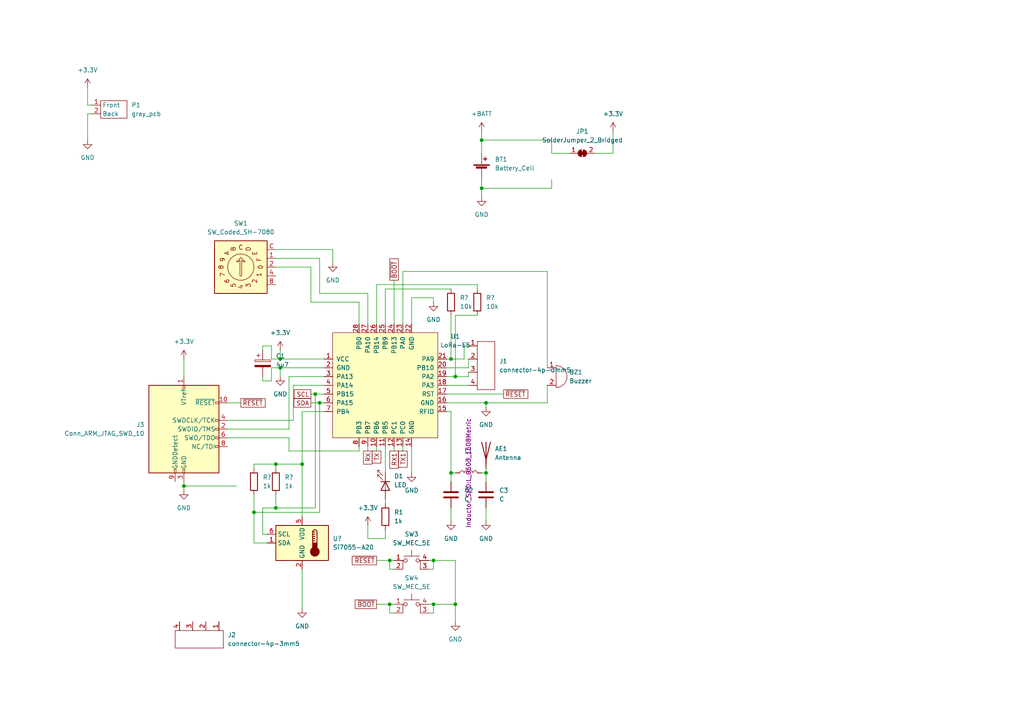
<source format=kicad_sch>
(kicad_sch (version 20211123) (generator eeschema)
  (paper "A4")
  (lib_symbols
    (symbol "Connector:Conn_ARM_JTAG_SWD_10" (pin_names (offset 1.016))
      (property "Reference" "J" (at -2.54 16.51 0))
      (property "Value" "Conn_ARM_JTAG_SWD_10" (at -2.54 13.97 0))
      (symbol "Conn_ARM_JTAG_SWD_10_0_1"
        (rectangle (start -10.16 12.7) (end 10.16 -12.7) (stroke (width 0.254)) (fill (type background)))
        (rectangle (start -2.794 -12.7) (end -2.286 -11.684))
        (rectangle (start -0.254 -12.7) (end 0.254 -11.684))
        (rectangle (start -0.254 12.7) (end 0.254 11.684))
        (rectangle (start 9.144 2.286) (end 10.16 2.794))
        (rectangle (start 10.16 -2.794) (end 9.144 -2.286))
        (rectangle (start 10.16 -0.254) (end 9.144 0.254))
        (rectangle (start 10.16 7.874) (end 9.144 7.366))
      )
      (symbol "Conn_ARM_JTAG_SWD_10_1_1"
        (rectangle (start 9.144 -5.334) (end 10.16 -4.826))
        (pin power_in line (at 0 15.24 270) (length 2.54) (name "VTref") (number "1"))
        (pin open_collector line (at 12.7 7.62 180) (length 2.54) (name "~{RESET}") (number "10"))
        (pin bidirectional line (at 12.7 0 180) (length 2.54) (name "SWDIO/TMS") (number "2"))
        (pin power_in line (at 0 -15.24 90) (length 2.54) (name "GND") (number "3"))
        (pin output line (at 12.7 2.54 180) (length 2.54) (name "SWDCLK/TCK") (number "4"))
        (pin passive line (at 0 -15.24 90) (length 2.54) hide (name "GND") (number "5"))
        (pin input line (at 12.7 -2.54 180) (length 2.54) (name "SWO/TDO") (number "6"))
        (pin no_connect line (at -10.16 0 0) (length 2.54) hide (name "KEY") (number "7"))
        (pin output line (at 12.7 -5.08 180) (length 2.54) (name "NC/TDI") (number "8"))
        (pin passive line (at -2.54 -15.24 90) (length 2.54) (name "GNDDetect") (number "9"))
      )
    )
    (symbol "Device:Antenna" (pin_numbers hide) (pin_names (offset 1.016) hide)
      (property "Reference" "AE" (at -1.905 1.905 0))
      (property "Value" "Antenna" (at -1.905 0 0))
      (symbol "Antenna_0_1"
        (polyline (pts (xy 0 2.54) (xy 0 -3.81)) (stroke (width 0.254)))
        (polyline (pts (xy 1.27 2.54) (xy 0 -2.54) (xy -1.27 2.54)) (stroke (width 0.254)))
      )
      (symbol "Antenna_1_1"
        (pin input line (at 0 -5.08 90) (length 2.54) (name "A") (number "1"))
      )
    )
    (symbol "Device:Battery_Cell" (pin_numbers hide) (pin_names (offset 0) hide)
      (property "Reference" "BT" (at 2.54 2.54 0))
      (property "Value" "Battery_Cell" (at 2.54 0 0))
      (symbol "Battery_Cell_0_1"
        (rectangle (start -2.286 1.778) (end 2.286 1.524) (fill (type outline)))
        (rectangle (start -1.5748 1.1938) (end 1.4732 0.6858) (fill (type outline)))
        (polyline (pts (xy 0 0.762) (xy 0 0)))
        (polyline (pts (xy 0 1.778) (xy 0 2.54)))
        (polyline (pts (xy 0.508 3.429) (xy 1.524 3.429)) (stroke (width 0.254)))
        (polyline (pts (xy 1.016 3.937) (xy 1.016 2.921)) (stroke (width 0.254)))
      )
      (symbol "Battery_Cell_1_1"
        (pin passive line (at 0 5.08 270) (length 2.54) (name "+") (number "1"))
        (pin passive line (at 0 -2.54 90) (length 2.54) (name "-") (number "2"))
      )
    )
    (symbol "Device:Buzzer" (pin_names (offset 0.0254) hide)
      (property "Reference" "BZ" (at 3.81 1.27 0))
      (property "Value" "Buzzer" (at 3.81 -1.27 0))
      (symbol "Buzzer_0_1"
        (arc (start 0 -3.175) (mid 3.175 0) (end 0 3.175))
        (polyline (pts (xy -1.651 1.905) (xy -1.143 1.905)))
        (polyline (pts (xy -1.397 2.159) (xy -1.397 1.651)))
        (polyline (pts (xy 0 3.175) (xy 0 -3.175)))
      )
      (symbol "Buzzer_1_1"
        (pin passive line (at -2.54 2.54 0) (length 2.54) (name "-") (number "1"))
        (pin passive line (at -2.54 -2.54 0) (length 2.54) (name "+") (number "2"))
      )
    )
    (symbol "Device:C" (pin_numbers hide) (pin_names (offset 0.254))
      (property "Reference" "C" (at 0.635 2.54 0))
      (property "Value" "C" (at 0.635 -2.54 0))
      (symbol "C_0_1"
        (polyline (pts (xy -2.032 -0.762) (xy 2.032 -0.762)) (stroke (width 0.508)))
        (polyline (pts (xy -2.032 0.762) (xy 2.032 0.762)) (stroke (width 0.508)))
      )
      (symbol "C_1_1"
        (pin passive line (at 0 3.81 270) (length 2.794) (name "~") (number "1"))
        (pin passive line (at 0 -3.81 90) (length 2.794) (name "~") (number "2"))
      )
    )
    (symbol "Device:C_Polarized" (pin_numbers hide) (pin_names (offset 0.254))
      (property "Reference" "C" (at 0.635 2.54 0))
      (property "Value" "C_Polarized" (at 0.635 -2.54 0))
      (symbol "C_Polarized_0_1"
        (rectangle (start -2.286 0.508) (end 2.286 1.016))
        (polyline (pts (xy -1.778 2.286) (xy -0.762 2.286)))
        (polyline (pts (xy -1.27 2.794) (xy -1.27 1.778)))
        (rectangle (start 2.286 -0.508) (end -2.286 -1.016) (fill (type outline)))
      )
      (symbol "C_Polarized_1_1"
        (pin passive line (at 0 3.81 270) (length 2.794) (name "~") (number "1"))
        (pin passive line (at 0 -3.81 90) (length 2.794) (name "~") (number "2"))
      )
    )
    (symbol "Device:L" (pin_numbers hide) (pin_names (offset 1.016) hide)
      (property "Reference" "L" (at -1.27 0 90))
      (property "Value" "L" (at 1.905 0 90))
      (symbol "L_0_1"
        (arc (start 0 -2.54) (mid 0.635 -1.905) (end 0 -1.27))
        (arc (start 0 -1.27) (mid 0.635 -0.635) (end 0 0))
        (arc (start 0 0) (mid 0.635 0.635) (end 0 1.27))
        (arc (start 0 1.27) (mid 0.635 1.905) (end 0 2.54))
      )
      (symbol "L_1_1"
        (pin passive line (at 0 3.81 270) (length 1.27) (name "1") (number "1"))
        (pin passive line (at 0 -3.81 90) (length 1.27) (name "2") (number "2"))
      )
    )
    (symbol "Device:LED" (pin_numbers hide) (pin_names (offset 1.016) hide)
      (property "Reference" "D" (at 0 2.54 0))
      (property "Value" "LED" (at 0 -2.54 0))
      (symbol "LED_0_1"
        (polyline (pts (xy -1.27 -1.27) (xy -1.27 1.27)) (stroke (width 0.254)))
        (polyline (pts (xy -1.27 0) (xy 1.27 0)))
        (polyline (pts (xy 1.27 -1.27) (xy 1.27 1.27) (xy -1.27 0) (xy 1.27 -1.27)) (stroke (width 0.254)))
        (polyline (pts (xy -3.048 -0.762) (xy -4.572 -2.286) (xy -3.81 -2.286) (xy -4.572 -2.286) (xy -4.572 -1.524)))
        (polyline (pts (xy -1.778 -0.762) (xy -3.302 -2.286) (xy -2.54 -2.286) (xy -3.302 -2.286) (xy -3.302 -1.524)))
      )
      (symbol "LED_1_1"
        (pin passive line (at -3.81 0 0) (length 2.54) (name "K") (number "1"))
        (pin passive line (at 3.81 0 180) (length 2.54) (name "A") (number "2"))
      )
    )
    (symbol "Device:R" (pin_numbers hide) (pin_names (offset 0))
      (property "Reference" "R" (at 2.032 0 90))
      (property "Value" "R" (at 0 0 90))
      (symbol "R_0_1"
        (rectangle (start -1.016 -2.54) (end 1.016 2.54) (stroke (width 0.254)))
      )
      (symbol "R_1_1"
        (pin passive line (at 0 3.81 270) (length 1.27) (name "~") (number "1"))
        (pin passive line (at 0 -3.81 90) (length 1.27) (name "~") (number "2"))
      )
    )
    (symbol "Jumper:SolderJumper_2_Bridged" (pin_names (offset 0) hide)
      (property "Reference" "JP" (at 0 2.032 0))
      (property "Value" "SolderJumper_2_Bridged" (at 0 -2.54 0))
      (symbol "SolderJumper_2_Bridged_0_1"
        (rectangle (start -0.508 0.508) (end 0.508 -0.508) (fill (type outline)))
        (arc (start -0.254 1.016) (mid -1.27 0) (end -0.254 -1.016))
        (arc (start -0.254 1.016) (mid -1.27 0) (end -0.254 -1.016) (fill (type outline)))
        (polyline (pts (xy -0.254 1.016) (xy -0.254 -1.016)))
        (polyline (pts (xy 0.254 1.016) (xy 0.254 -1.016)))
        (arc (start 0.254 -1.016) (mid 1.27 0) (end 0.254 1.016))
        (arc (start 0.254 -1.016) (mid 1.27 0) (end 0.254 1.016) (fill (type outline)))
      )
      (symbol "SolderJumper_2_Bridged_1_1"
        (pin passive line (at -3.81 0 0) (length 2.54) (name "A") (number "1"))
        (pin passive line (at 3.81 0 180) (length 2.54) (name "B") (number "2"))
      )
    )
    (symbol "Sensor_Temperature:Si7055-A20"
      (property "Reference" "U" (at -6.35 6.35 0))
      (property "Value" "Si7055-A20" (at 7.62 6.35 0))
      (symbol "Si7055-A20_0_1"
        (rectangle (start -7.62 5.08) (end 7.62 -5.08) (stroke (width 0.254)) (fill (type background)))
      )
      (symbol "Si7055-A20_1_1"
        (polyline (pts (xy 3.048 0.635) (xy 3.683 0.635)) (stroke (width 0.254)))
        (polyline (pts (xy 3.048 1.27) (xy 3.683 1.27)) (stroke (width 0.254)))
        (polyline (pts (xy 3.048 1.905) (xy 3.683 1.905)) (stroke (width 0.254)))
        (polyline (pts (xy 3.048 2.54) (xy 3.683 2.54)) (stroke (width 0.254)))
        (polyline (pts (xy 3.048 3.175) (xy 3.048 0)) (stroke (width 0.254)))
        (polyline (pts (xy 3.048 3.175) (xy 3.683 3.175)) (stroke (width 0.254)))
        (polyline (pts (xy 4.318 3.175) (xy 4.318 0)) (stroke (width 0.254)))
        (circle (center 3.683 -2.54) (radius 1.27) (stroke (width 0.254)) (fill (type outline)))
        (rectangle (start 4.318 -1.905) (end 3.048 0) (stroke (width 0.254)) (fill (type outline)))
        (arc (start 4.318 3.175) (mid 3.683 3.81) (end 3.048 3.175) (stroke (width 0.254)))
        (pin bidirectional line (at -10.16 0 0) (length 2.54) (name "SDA") (number "1"))
        (pin power_in line (at 0 -7.62 90) (length 2.54) (name "GND") (number "2"))
        (pin no_connect line (at 7.62 2.54 180) (length 2.54) hide (name "NC") (number "3"))
        (pin no_connect line (at 7.62 -2.54 180) (length 2.54) hide (name "NC") (number "4"))
        (pin power_in line (at 0 7.62 270) (length 2.54) (name "VDD") (number "5"))
        (pin input line (at -10.16 2.54 0) (length 2.54) (name "SCL") (number "6"))
      )
    )
    (symbol "Switch:SW_Coded_SH-7080" (pin_names hide)
      (property "Reference" "SW" (at -7.62 8.89 0))
      (property "Value" "SW_Coded_SH-7080" (at -7.62 -8.89 0))
      (symbol "SW_Coded_SH-7080_0_0"
        (text "0" (at 5.715 0 2700) (effects (font (size 1.27 1.27))))
        (text "1" (at 5.2832 -2.1844 2475) (effects (font (size 1.27 1.27))))
        (text "2" (at 4.0386 -4.0386 2250) (effects (font (size 1.27 1.27))))
        (text "3" (at 2.1844 -5.2832 2025) (effects (font (size 1.27 1.27))))
        (text "4" (at 0 -5.715 1800) (effects (font (size 1.27 1.27))))
        (text "5" (at -2.1844 -5.2832 1575) (effects (font (size 1.27 1.27))))
        (text "6" (at -4.0386 -4.0386 1350) (effects (font (size 1.27 1.27))))
        (text "7" (at -5.2832 -2.1844 1125) (effects (font (size 1.27 1.27))))
        (text "8" (at -5.715 0 900) (effects (font (size 1.27 1.27))))
        (text "9" (at -5.2832 2.1844 675) (effects (font (size 1.27 1.27))))
        (text "A" (at -4.0386 4.0386 450) (effects (font (size 1.27 1.27))))
        (text "B" (at -2.1844 5.2832 225) (effects (font (size 1.27 1.27))))
        (text "C" (at 0 5.715 0) (effects (font (size 1.27 1.27))))
        (text "D" (at 2.1844 5.2832 3375) (effects (font (size 1.27 1.27))))
        (text "E" (at 4.0386 4.0386 3150) (effects (font (size 1.27 1.27))))
        (text "F" (at 5.2832 2.1844 2925) (effects (font (size 1.27 1.27))))
      )
      (symbol "SW_Coded_SH-7080_0_1"
        (polyline (pts (xy -0.254 -2.54) (xy -0.254 2.032) (xy -0.762 1.524) (xy -1.27 1.524) (xy 0 2.794) (xy 1.27 1.524) (xy 0.762 1.524) (xy 0.254 2.032) (xy 0.254 -2.54) (xy -0.254 -2.54) (xy -0.254 -2.54)))
        (circle (center 0 0) (radius 3.81))
        (rectangle (start 7.62 7.62) (end -7.62 -7.62) (stroke (width 0.254)) (fill (type background)))
      )
      (symbol "SW_Coded_SH-7080_1_1"
        (pin passive line (at 10.16 2.54 180) (length 2.54) (name "1") (number "1"))
        (pin passive line (at 10.16 0 180) (length 2.54) (name "2") (number "2"))
        (pin passive line (at 10.16 -2.54 180) (length 2.54) (name "4") (number "4"))
        (pin passive line (at 10.16 -5.08 180) (length 2.54) (name "8") (number "8"))
        (pin passive line (at 10.16 5.08 180) (length 2.54) (name "C") (number "C"))
      )
    )
    (symbol "Switch:SW_MEC_5E" (pin_names (offset 1.016) hide)
      (property "Reference" "SW" (at 0.635 5.715 0))
      (property "Value" "SW_MEC_5E" (at 0 -3.175 0))
      (symbol "SW_MEC_5E_0_1"
        (circle (center -1.778 2.54) (radius 0.508))
        (polyline (pts (xy -2.286 3.81) (xy 2.286 3.81)))
        (polyline (pts (xy 0 3.81) (xy 0 5.588)))
        (polyline (pts (xy -2.54 0) (xy -2.54 2.54) (xy -2.286 2.54)))
        (polyline (pts (xy 2.54 0) (xy 2.54 2.54) (xy 2.286 2.54)))
        (circle (center 1.778 2.54) (radius 0.508))
        (pin passive line (at -5.08 2.54 0) (length 2.54) (name "1") (number "1"))
        (pin passive line (at -5.08 0 0) (length 2.54) (name "2") (number "2"))
        (pin passive line (at 5.08 0 180) (length 2.54) (name "K") (number "3"))
        (pin passive line (at 5.08 2.54 180) (length 2.54) (name "A") (number "4"))
      )
    )
    (symbol "gray_pcb:connector-4p-3mm5"
      (property "Reference" "J" (at 0 0 0))
      (property "Value" "connector-4p-3mm5" (at 0 3.81 0))
      (symbol "connector-4p-3mm5_0_1"
        (rectangle (start -6.35 -2.54) (end 7.62 2.54))
      )
      (symbol "connector-4p-3mm5_1_1"
        (pin passive line (at -5.08 -5.08 90) (length 2.54) (name "") (number "1"))
        (pin passive line (at -1.27 -5.08 90) (length 2.54) (name "") (number "2"))
        (pin passive line (at 2.54 -5.08 90) (length 2.54) (name "") (number "3"))
        (pin passive line (at 6.35 -5.08 90) (length 2.54) (name "") (number "4"))
      )
    )
    (symbol "gray_pcb:gray_pcb"
      (property "Reference" "P" (at 0 -1.27 0))
      (property "Value" "gray_pcb" (at 0 -8.89 0))
      (symbol "gray_pcb_0_1"
        (rectangle (start -3.81 -2.54) (end 3.81 -7.62))
      )
      (symbol "gray_pcb_1_1"
        (pin passive line (at -6.35 -3.81 0) (length 2.54) (name "Front") (number "1"))
        (pin passive line (at -6.35 -6.35 0) (length 2.54) (name "Back") (number "2"))
      )
    )
    (symbol "lora-e5:LoRa-E5" (pin_names (offset 1.016))
      (property "Reference" "U" (at 0 0 0))
      (property "Value" "LoRa-E5" (at 0 2.54 0))
      (symbol "LoRa-E5_0_1"
        (rectangle (start -15.24 15.24) (end 15.24 -15.24) (fill (type background)))
      )
      (symbol "LoRa-E5_1_1"
        (pin input line (at -17.78 7.62 0) (length 2.54) (name "VCC") (number "1"))
        (pin input line (at -2.54 -17.78 90) (length 2.54) (name "PB6") (number "10"))
        (pin input line (at 0 -17.78 90) (length 2.54) (name "PB5") (number "11"))
        (pin input line (at 2.54 -17.78 90) (length 2.54) (name "PC1") (number "12"))
        (pin input line (at 5.08 -17.78 90) (length 2.54) (name "PC0") (number "13"))
        (pin input line (at 7.62 -17.78 90) (length 2.54) (name "GND") (number "14"))
        (pin input line (at 17.78 -7.62 180) (length 2.54) (name "RFIO") (number "15"))
        (pin input line (at 17.78 -5.08 180) (length 2.54) (name "GND") (number "16"))
        (pin input line (at 17.78 -2.54 180) (length 2.54) (name "RST") (number "17"))
        (pin input line (at 17.78 0 180) (length 2.54) (name "PA3") (number "18"))
        (pin input line (at 17.78 2.54 180) (length 2.54) (name "PA2") (number "19"))
        (pin input line (at -17.78 5.08 0) (length 2.54) (name "GND") (number "2"))
        (pin input line (at 17.78 5.08 180) (length 2.54) (name "PB10") (number "20"))
        (pin input line (at 17.78 7.62 180) (length 2.54) (name "PA9") (number "21"))
        (pin input line (at 7.62 17.78 270) (length 2.54) (name "GND") (number "22"))
        (pin input line (at 5.08 17.78 270) (length 2.54) (name "PA0") (number "23"))
        (pin input line (at 2.54 17.78 270) (length 2.54) (name "PB13~{}") (number "24"))
        (pin input line (at 0 17.78 270) (length 2.54) (name "PB9") (number "25"))
        (pin input line (at -2.54 17.78 270) (length 2.54) (name "PB14") (number "26"))
        (pin input line (at -5.08 17.78 270) (length 2.54) (name "PA10") (number "27"))
        (pin input line (at -7.62 17.78 270) (length 2.54) (name "PB0") (number "28"))
        (pin input line (at -17.78 2.54 0) (length 2.54) (name "PA13") (number "3"))
        (pin input line (at -17.78 0 0) (length 2.54) (name "PA14") (number "4"))
        (pin input line (at -17.78 -2.54 0) (length 2.54) (name "PB15") (number "5"))
        (pin input line (at -17.78 -5.08 0) (length 2.54) (name "PA15") (number "6"))
        (pin input line (at -17.78 -7.62 0) (length 2.54) (name "PB4") (number "7"))
        (pin input line (at -7.62 -17.78 90) (length 2.54) (name "PB3") (number "8"))
        (pin input line (at -5.08 -17.78 90) (length 2.54) (name "PB7") (number "9"))
      )
    )
    (symbol "power:+3.3V" (power) (pin_names (offset 0))
      (property "Value" "+3.3V" (at 0 3.556 0))
      (symbol "+3.3V_0_1"
        (polyline (pts (xy -0.762 1.27) (xy 0 2.54)))
        (polyline (pts (xy 0 0) (xy 0 2.54)))
        (polyline (pts (xy 0 2.54) (xy 0.762 1.27)))
      )
      (symbol "+3.3V_1_1"
        (pin power_in line (at 0 0 90) (length 0) hide (name "+3.3V") (number "1"))
      )
    )
    (symbol "power:+BATT" (power) (pin_names (offset 0))
      (property "Value" "+BATT" (at 0 3.556 0))
      (symbol "+BATT_0_1"
        (polyline (pts (xy -0.762 1.27) (xy 0 2.54)))
        (polyline (pts (xy 0 0) (xy 0 2.54)))
        (polyline (pts (xy 0 2.54) (xy 0.762 1.27)))
      )
      (symbol "+BATT_1_1"
        (pin power_in line (at 0 0 90) (length 0) hide (name "+BATT") (number "1"))
      )
    )
    (symbol "power:GND" (power) (pin_names (offset 0))
      (property "Value" "GND" (at 0 -3.81 0))
      (symbol "GND_0_1"
        (polyline (pts (xy 0 0) (xy 0 -1.27) (xy 1.27 -1.27) (xy 0 -2.54) (xy -1.27 -1.27) (xy 0 -1.27)))
      )
      (symbol "GND_1_1"
        (pin power_in line (at 0 0 270) (length 0) hide (name "GND") (number "1"))
      )
    )
  )
  (junction (at 73.66 148.59))
  (junction (at 139.7 54.61))
  (junction (at 81.28 104.14))
  (junction (at 139.7 40.64))
  (junction (at 125.73 175.26))
  (junction (at 92.71 116.84))
  (junction (at 113.03 175.26))
  (junction (at 80.01 134.62))
  (junction (at 132.08 109.22))
  (junction (at 113.03 162.56))
  (junction (at 130.81 137.16))
  (junction (at 53.34 140.97))
  (junction (at 81.28 106.68))
  (junction (at 91.44 114.3))
  (junction (at 125.73 162.56))
  (junction (at 140.97 137.16))
  (junction (at 130.81 104.14))
  (junction (at 132.08 175.26))
  (junction (at 140.97 116.84))
  (junction (at 80.01 147.32))
  (junction (at 87.63 134.62))
  (wire (pts (xy 125.73 175.26) (xy 125.73 177.8)))
  (wire (pts (xy 172.72 44.45) (xy 177.8 44.45)))
  (wire (pts (xy 85.09 111.76) (xy 85.09 121.92)))
  (wire (pts (xy 111.76 83.82) (xy 130.81 83.82)))
  (wire (pts (xy 73.66 134.62) (xy 73.66 135.89)))
  (wire (pts (xy 109.22 82.55) (xy 109.22 93.98)))
  (wire (pts (xy 104.14 130.81) (xy 83.82 130.81)))
  (wire (pts (xy 111.76 144.78) (xy 111.76 146.05)))
  (wire (pts (xy 78.74 106.68) (xy 78.74 110.49)))
  (wire (pts (xy 83.82 130.81) (xy 83.82 127)))
  (wire (pts (xy 80.01 74.93) (xy 92.71 74.93)))
  (wire (pts (xy 81.28 106.68) (xy 81.28 109.22)))
  (wire (pts (xy 113.03 175.26) (xy 114.3 175.26)))
  (wire (pts (xy 80.01 143.51) (xy 80.01 147.32)))
  (wire (pts (xy 90.17 116.84) (xy 92.71 116.84)))
  (wire (pts (xy 106.68 85.09) (xy 106.68 93.98)))
  (wire (pts (xy 78.74 100.33) (xy 76.2 100.33)))
  (wire (pts (xy 139.7 44.45) (xy 139.7 40.64)))
  (wire (pts (xy 80.01 147.32) (xy 91.44 147.32)))
  (wire (pts (xy 114.3 177.8) (xy 113.03 177.8)))
  (wire (pts (xy 92.71 85.09) (xy 106.68 85.09)))
  (wire (pts (xy 26.67 33.02) (xy 25.4 33.02)))
  (wire (pts (xy 81.28 101.6) (xy 81.28 104.14)))
  (wire (pts (xy 87.63 134.62) (xy 87.63 149.86)))
  (wire (pts (xy 132.08 91.44) (xy 132.08 109.22)))
  (wire (pts (xy 106.68 129.54) (xy 106.68 130.81)))
  (wire (pts (xy 125.73 162.56) (xy 125.73 165.1)))
  (wire (pts (xy 111.76 153.67) (xy 111.76 156.21)))
  (wire (pts (xy 90.17 77.47) (xy 90.17 87.63)))
  (wire (pts (xy 92.71 116.84) (xy 93.98 116.84)))
  (wire (pts (xy 76.2 109.22) (xy 76.2 110.49)))
  (wire (pts (xy 139.7 137.16) (xy 140.97 137.16)))
  (wire (pts (xy 80.01 134.62) (xy 73.66 134.62)))
  (wire (pts (xy 139.7 52.07) (xy 139.7 54.61)))
  (wire (pts (xy 130.81 119.38) (xy 130.81 137.16)))
  (wire (pts (xy 87.63 134.62) (xy 80.01 134.62)))
  (wire (pts (xy 140.97 137.16) (xy 140.97 139.7)))
  (wire (pts (xy 114.3 129.54) (xy 114.3 130.81)))
  (wire (pts (xy 140.97 137.16) (xy 140.97 135.89)))
  (wire (pts (xy 158.75 78.74) (xy 116.84 78.74)))
  (wire (pts (xy 109.22 129.54) (xy 109.22 130.81)))
  (wire (pts (xy 129.54 111.76) (xy 135.89 111.76)))
  (wire (pts (xy 83.82 127) (xy 66.04 127)))
  (wire (pts (xy 130.81 137.16) (xy 130.81 139.7)))
  (wire (pts (xy 124.46 165.1) (xy 125.73 165.1)))
  (wire (pts (xy 53.34 104.14) (xy 53.34 109.22)))
  (wire (pts (xy 132.08 162.56) (xy 132.08 175.26)))
  (wire (pts (xy 125.73 86.36) (xy 125.73 87.63)))
  (wire (pts (xy 139.7 38.1) (xy 139.7 40.64)))
  (wire (pts (xy 81.28 104.14) (xy 93.98 104.14)))
  (wire (pts (xy 53.34 140.97) (xy 53.34 142.24)))
  (wire (pts (xy 129.54 114.3) (xy 146.05 114.3)))
  (wire (pts (xy 140.97 116.84) (xy 140.97 118.11)))
  (wire (pts (xy 73.66 143.51) (xy 73.66 148.59)))
  (wire (pts (xy 116.84 78.74) (xy 116.84 93.98)))
  (wire (pts (xy 119.38 86.36) (xy 125.73 86.36)))
  (wire (pts (xy 160.02 44.45) (xy 165.1 44.45)))
  (wire (pts (xy 113.03 162.56) (xy 114.3 162.56)))
  (wire (pts (xy 90.17 114.3) (xy 91.44 114.3)))
  (wire (pts (xy 93.98 111.76) (xy 85.09 111.76)))
  (wire (pts (xy 78.74 110.49) (xy 76.2 110.49)))
  (wire (pts (xy 91.44 114.3) (xy 93.98 114.3)))
  (wire (pts (xy 109.22 82.55) (xy 138.43 82.55)))
  (wire (pts (xy 130.81 147.32) (xy 130.81 151.13)))
  (wire (pts (xy 119.38 129.54) (xy 119.38 137.16)))
  (wire (pts (xy 80.01 147.32) (xy 76.2 147.32)))
  (wire (pts (xy 158.75 106.68) (xy 158.75 78.74)))
  (wire (pts (xy 129.54 116.84) (xy 140.97 116.84)))
  (wire (pts (xy 129.54 119.38) (xy 130.81 119.38)))
  (wire (pts (xy 83.82 109.22) (xy 83.82 124.46)))
  (wire (pts (xy 138.43 82.55) (xy 138.43 83.82)))
  (wire (pts (xy 96.52 72.39) (xy 96.52 76.2)))
  (wire (pts (xy 80.01 72.39) (xy 96.52 72.39)))
  (wire (pts (xy 134.62 104.14) (xy 134.62 100.33)))
  (wire (pts (xy 114.3 81.28) (xy 114.3 93.98)))
  (wire (pts (xy 132.08 175.26) (xy 132.08 180.34)))
  (wire (pts (xy 104.14 87.63) (xy 104.14 93.98)))
  (wire (pts (xy 177.8 38.1) (xy 177.8 44.45)))
  (wire (pts (xy 92.71 116.84) (xy 92.71 148.59)))
  (wire (pts (xy 140.97 147.32) (xy 140.97 151.13)))
  (wire (pts (xy 130.81 137.16) (xy 132.08 137.16)))
  (wire (pts (xy 124.46 162.56) (xy 125.73 162.56)))
  (wire (pts (xy 53.34 139.7) (xy 53.34 140.97)))
  (wire (pts (xy 158.75 116.84) (xy 140.97 116.84)))
  (wire (pts (xy 76.2 100.33) (xy 76.2 101.6)))
  (wire (pts (xy 139.7 40.64) (xy 160.02 40.64)))
  (wire (pts (xy 129.54 104.14) (xy 130.81 104.14)))
  (wire (pts (xy 116.84 129.54) (xy 116.84 130.81)))
  (wire (pts (xy 81.28 104.14) (xy 78.74 104.14)))
  (wire (pts (xy 25.4 30.48) (xy 25.4 25.4)))
  (wire (pts (xy 119.38 93.98) (xy 119.38 86.36)))
  (wire (pts (xy 113.03 165.1) (xy 114.3 165.1)))
  (wire (pts (xy 106.68 152.4) (xy 106.68 156.21)))
  (wire (pts (xy 93.98 109.22) (xy 83.82 109.22)))
  (wire (pts (xy 130.81 91.44) (xy 130.81 104.14)))
  (wire (pts (xy 125.73 162.56) (xy 132.08 162.56)))
  (wire (pts (xy 26.67 30.48) (xy 25.4 30.48)))
  (wire (pts (xy 106.68 156.21) (xy 111.76 156.21)))
  (wire (pts (xy 92.71 74.93) (xy 92.71 85.09)))
  (wire (pts (xy 158.75 111.76) (xy 158.75 116.84)))
  (wire (pts (xy 85.09 121.92) (xy 66.04 121.92)))
  (wire (pts (xy 113.03 177.8) (xy 113.03 175.26)))
  (wire (pts (xy 87.63 119.38) (xy 87.63 134.62)))
  (wire (pts (xy 160.02 40.64) (xy 160.02 44.45)))
  (wire (pts (xy 81.28 106.68) (xy 78.74 106.68)))
  (wire (pts (xy 83.82 124.46) (xy 66.04 124.46)))
  (wire (pts (xy 129.54 106.68) (xy 135.89 106.68)))
  (wire (pts (xy 68.58 140.97) (xy 53.34 140.97)))
  (wire (pts (xy 66.04 116.84) (xy 69.85 116.84)))
  (wire (pts (xy 90.17 87.63) (xy 104.14 87.63)))
  (wire (pts (xy 93.98 119.38) (xy 87.63 119.38)))
  (wire (pts (xy 76.2 154.94) (xy 77.47 154.94)))
  (wire (pts (xy 104.14 129.54) (xy 104.14 130.81)))
  (wire (pts (xy 113.03 162.56) (xy 113.03 165.1)))
  (wire (pts (xy 76.2 147.32) (xy 76.2 154.94)))
  (wire (pts (xy 139.7 54.61) (xy 160.02 54.61)))
  (wire (pts (xy 132.08 109.22) (xy 135.89 109.22)))
  (wire (pts (xy 125.73 175.26) (xy 132.08 175.26)))
  (wire (pts (xy 129.54 109.22) (xy 132.08 109.22)))
  (wire (pts (xy 109.22 162.56) (xy 113.03 162.56)))
  (wire (pts (xy 130.81 104.14) (xy 134.62 104.14)))
  (wire (pts (xy 73.66 148.59) (xy 73.66 157.48)))
  (wire (pts (xy 111.76 83.82) (xy 111.76 93.98)))
  (wire (pts (xy 124.46 177.8) (xy 125.73 177.8)))
  (wire (pts (xy 91.44 114.3) (xy 91.44 147.32)))
  (wire (pts (xy 160.02 54.61) (xy 160.02 52.07)))
  (wire (pts (xy 73.66 157.48) (xy 77.47 157.48)))
  (wire (pts (xy 135.89 106.68) (xy 135.89 104.14)))
  (wire (pts (xy 124.46 175.26) (xy 125.73 175.26)))
  (wire (pts (xy 25.4 33.02) (xy 25.4 40.64)))
  (wire (pts (xy 139.7 54.61) (xy 139.7 57.15)))
  (wire (pts (xy 111.76 129.54) (xy 111.76 137.16)))
  (wire (pts (xy 78.74 104.14) (xy 78.74 100.33)))
  (wire (pts (xy 87.63 165.1) (xy 87.63 176.53)))
  (wire (pts (xy 81.28 106.68) (xy 93.98 106.68)))
  (wire (pts (xy 138.43 91.44) (xy 132.08 91.44)))
  (wire (pts (xy 135.89 109.22) (xy 135.89 107.95)))
  (wire (pts (xy 73.66 148.59) (xy 92.71 148.59)))
  (wire (pts (xy 109.22 175.26) (xy 113.03 175.26)))
  (wire (pts (xy 80.01 77.47) (xy 90.17 77.47)))
  (wire (pts (xy 80.01 134.62) (xy 80.01 135.89)))
  (wire (pts (xy 134.62 100.33) (xy 135.89 100.33)))
  (global_label "~{BOOT}" (shape passive) (at 114.3 81.28 90) (property "Intersheet References" "${INTERSHEET_REFS}" (effects hide)))
  (global_label "RX" (shape passive) (at 106.68 130.81 270) (property "Intersheet References" "${INTERSHEET_REFS}" (effects hide)))
  (global_label "~{RESET}" (shape passive) (at 69.85 116.84 0) (property "Intersheet References" "${INTERSHEET_REFS}" (effects hide)))
  (global_label "TX1" (shape passive) (at 116.84 130.81 270) (property "Intersheet References" "${INTERSHEET_REFS}" (effects hide)))
  (global_label "~{RESET}" (shape passive) (at 146.05 114.3 0) (property "Intersheet References" "${INTERSHEET_REFS}" (effects hide)))
  (global_label "RX1" (shape passive) (at 114.3 130.81 270) (property "Intersheet References" "${INTERSHEET_REFS}" (effects hide)))
  (global_label "SDA" (shape passive) (at 90.17 116.84 180) (property "Intersheet References" "${INTERSHEET_REFS}" (effects hide)))
  (global_label "~{BOOT}" (shape passive) (at 109.22 175.26 180) (property "Intersheet References" "${INTERSHEET_REFS}" (effects hide)))
  (global_label "TX" (shape passive) (at 109.22 130.81 270) (property "Intersheet References" "${INTERSHEET_REFS}" (effects hide)))
  (global_label "SCL" (shape passive) (at 90.17 114.3 180) (property "Intersheet References" "${INTERSHEET_REFS}" (effects hide)))
  (global_label "~{RESET}" (shape passive) (at 109.22 162.56 180) (property "Intersheet References" "${INTERSHEET_REFS}" (effects hide)))
  (symbol (lib_id "power:GND") (at 130.81 151.13 0) (unit 1)
    (property "Reference" "#PWR0113" (effects hide))
    (property "Value" "GND" (at 130.81 156.21 0))
  )
  (symbol (lib_id "power:GND") (at 96.52 76.2 0) (unit 1)
    (property "Reference" "#PWR?" (effects hide))
    (property "Value" "GND" (at 96.52 81.28 0))
  )
  (symbol (lib_id "power:+BATT") (at 139.7 38.1 0) (unit 1)
    (property "Reference" "#PWR0104" (effects hide))
    (property "Value" "+BATT" (at 139.7 33.02 0))
  )
  (symbol (lib_id "Connector:Conn_ARM_JTAG_SWD_10") (at 53.34 124.46 0) (unit 1)
    (property "Reference" "J3" (at 41.91 123.1899 0) (effects (justify right)))
    (property "Value" "Conn_ARM_JTAG_SWD_10" (at 41.91 125.7299 0) (effects (justify right)))
    (property "Datasheet" "http://infocenter.arm.com/help/topic/com.arm.doc.ddi0314h/DDI0314H_coresight_components_trm.pdf" (effects hide))
  )
  (symbol (lib_id "power:+3.3V") (at 106.68 152.4 0) (unit 1)
    (property "Reference" "#PWR0111" (effects hide))
    (property "Value" "+3.3V" (at 106.68 147.32 0))
  )
  (symbol (lib_id "lora-e5:LoRa-E5") (at 111.76 111.76 0) (unit 1)
    (property "Reference" "U1" (at 132.08 97.5612 0))
    (property "Value" "LoRa-E5" (at 132.08 100.1012 0))
    (property "Footprint" "LoRa-E5:LoRa-E5" (effects hide))
  )
  (symbol (lib_id "Switch:SW_MEC_5E") (at 119.38 177.8 0) (unit 1)
    (property "Reference" "SW4" (at 119.38 167.64 0))
    (property "Value" "SW_MEC_5E" (at 119.38 170.18 0))
    (property "Datasheet" "http://www.apem.com/int/index.php?controller=attachment&id_attachment=1371" (effects hide))
  )
  (symbol (lib_id "Device:L") (at 135.89 137.16 90) (unit 1)
    (property "Reference" "L1" (at 135.89 130.81 90))
    (property "Value" "L" (at 135.89 133.35 90))
    (property "Footprint" "Inductor_SMD:L_0603_1608Metric" (at 135.89 137.16 0))
  )
  (symbol (lib_id "Sensor_Temperature:Si7055-A20") (at 87.63 157.48 0) (unit 1)
    (property "Reference" "U?" (at 96.52 156.2099 0) (effects (justify left)))
    (property "Value" "Si7055-A20" (at 96.52 158.7499 0) (effects (justify left)))
    (property "Footprint" "Package_DFN_QFN:DFN-6-1EP_3x3mm_P1mm_EP1.65x2.55mm" (effects hide))
    (property "Datasheet" "https://www.silabs.com/documents/public/data-sheets/Si7050-1-3-4-5-A20.pdf" (effects hide))
  )
  (symbol (lib_id "Switch:SW_Coded_SH-7080") (at 69.85 77.47 0) (unit 1)
    (property "Reference" "SW1" (at 69.85 64.77 0))
    (property "Value" "SW_Coded_SH-7080" (at 69.85 67.31 0))
    (property "Footprint" "Button_Switch_SMD:Nidec_Copal_SH-7040B" (effects hide))
    (property "Datasheet" "https://www.nidec-copal-electronics.com/e/catalog/switch/sh-7000.pdf" (effects hide))
  )
  (symbol (lib_id "power:GND") (at 25.4 40.64 0) (unit 1)
    (property "Reference" "#PWR0101" (effects hide))
    (property "Value" "GND" (at 25.4 45.72 0))
  )
  (symbol (lib_id "power:GND") (at 81.28 109.22 0) (unit 1)
    (property "Reference" "#PWR0107" (effects hide))
    (property "Value" "GND" (at 81.28 114.3 0))
  )
  (symbol (lib_id "Device:C_Polarized") (at 76.2 105.41 0) (unit 1)
    (property "Reference" "C1" (at 80.01 103.2509 0) (effects (justify left)))
    (property "Value" "4u7" (at 80.01 105.7909 0) (effects (justify left)))
    (property "Footprint" "Inductor_SMD:L_0805_2012Metric_Pad1.05x1.20mm_HandSolder" (effects hide))
  )
  (symbol (lib_id "power:+3.3V") (at 81.28 101.6 0) (unit 1)
    (property "Reference" "#PWR0105" (effects hide))
    (property "Value" "+3.3V" (at 81.28 96.52 0))
  )
  (symbol (lib_id "gray_pcb:connector-4p-3mm5") (at 58.42 185.42 180) (unit 1)
    (property "Reference" "J2" (at 66.04 184.1499 0) (effects (justify right)))
    (property "Value" "connector-4p-3mm5" (at 66.04 186.6899 0) (effects (justify right)))
    (property "Footprint" "gray-footprints:connector-4p-3mm5" (effects hide))
    (property "Datasheet" "https://docs.rs-online.com/1d5c/0900766b813466ac.pdf" (effects hide))
  )
  (symbol (lib_id "power:GND") (at 53.34 142.24 0) (unit 1)
    (property "Reference" "#PWR0116" (effects hide))
    (property "Value" "GND" (at 53.34 147.32 0))
  )
  (symbol (lib_id "Device:Buzzer") (at 161.29 109.22 0) (unit 1)
    (property "Reference" "BZ1" (at 165.1 107.9499 0) (effects (justify left)))
    (property "Value" "Buzzer" (at 165.1 110.4899 0) (effects (justify left)))
    (property "Footprint" "Buzzer_Beeper:Buzzer_CUI_CPT-9019S-SMT" (effects hide))
  )
  (symbol (lib_id "Device:R") (at 80.01 139.7 0) (unit 1)
    (property "Reference" "R?" (at 82.55 138.4299 0) (effects (justify left)))
    (property "Value" "1k" (at 82.55 140.9699 0) (effects (justify left)))
    (property "Footprint" "Resistor_SMD:R_0603_1608Metric_Pad0.98x0.95mm_HandSolder" (effects hide))
  )
  (symbol (lib_id "power:+3.3V") (at 53.34 104.14 0) (unit 1)
    (property "Reference" "#PWR0114" (effects hide))
    (property "Value" "+3.3V" (at 53.34 99.06 0))
  )
  (symbol (lib_id "Jumper:SolderJumper_2_Bridged") (at 168.91 44.45 0) (unit 1)
    (property "Reference" "JP1" (at 168.91 38.1 0))
    (property "Value" "SolderJumper_2_Bridged" (at 168.91 40.64 0))
    (property "Footprint" "Jumper:SolderJumper-2_P1.3mm_Bridged_RoundedPad1.0x1.5mm" (effects hide))
  )
  (symbol (lib_id "power:GND") (at 87.63 176.53 0) (unit 1)
    (property "Reference" "#PWR?" (effects hide))
    (property "Value" "GND" (at 87.63 181.61 0))
  )
  (symbol (lib_id "Device:R") (at 111.76 149.86 0) (unit 1)
    (property "Reference" "R1" (at 114.3 148.5899 0) (effects (justify left)))
    (property "Value" "1k" (at 114.3 151.1299 0) (effects (justify left)))
    (property "Footprint" "Resistor_SMD:R_0603_1608Metric_Pad0.98x0.95mm_HandSolder" (effects hide))
  )
  (symbol (lib_id "Device:R") (at 130.81 87.63 0) (unit 1)
    (property "Reference" "R?" (at 133.35 86.3599 0) (effects (justify left)))
    (property "Value" "10k" (at 133.35 88.8999 0) (effects (justify left)))
    (property "Footprint" "Resistor_SMD:R_0603_1608Metric_Pad0.98x0.95mm_HandSolder" (effects hide))
  )
  (symbol (lib_id "Switch:SW_MEC_5E") (at 119.38 165.1 0) (unit 1)
    (property "Reference" "SW3" (at 119.38 154.94 0))
    (property "Value" "SW_MEC_5E" (at 119.38 157.48 0))
    (property "Datasheet" "http://www.apem.com/int/index.php?controller=attachment&id_attachment=1371" (effects hide))
  )
  (symbol (lib_id "Device:Battery_Cell") (at 139.7 49.53 0) (unit 1)
    (property "Reference" "BT1" (at 143.51 46.2279 0) (effects (justify left)))
    (property "Value" "Battery_Cell" (at 143.51 48.7679 0) (effects (justify left)))
    (property "Footprint" "Battery:BatteryHolder_Keystone_2460_1xAA" (effects hide))
  )
  (symbol (lib_id "power:GND") (at 139.7 57.15 0) (unit 1)
    (property "Reference" "#PWR0103" (effects hide))
    (property "Value" "GND" (at 139.7 62.23 0))
  )
  (symbol (lib_id "power:GND") (at 140.97 118.11 0) (unit 1)
    (property "Reference" "#PWR0109" (effects hide))
    (property "Value" "GND" (at 140.97 123.19 0))
  )
  (symbol (lib_id "Device:R") (at 73.66 139.7 0) (unit 1)
    (property "Reference" "R?" (at 76.2 138.4299 0) (effects (justify left)))
    (property "Value" "1k" (at 76.2 140.9699 0) (effects (justify left)))
    (property "Footprint" "Resistor_SMD:R_0603_1608Metric_Pad0.98x0.95mm_HandSolder" (effects hide))
  )
  (symbol (lib_id "gray_pcb:connector-4p-3mm5") (at 140.97 105.41 270) (unit 1)
    (property "Reference" "J1" (at 144.78 104.7749 90) (effects (justify left)))
    (property "Value" "connector-4p-3mm5" (at 144.78 107.3149 90) (effects (justify left)))
    (property "Footprint" "gray-footprints:connector-4p-3mm5" (effects hide))
    (property "Datasheet" "https://docs.rs-online.com/1d5c/0900766b813466ac.pdf" (effects hide))
  )
  (symbol (lib_id "gray_pcb:gray_pcb") (at 33.02 26.67 0) (unit 1)
    (property "Reference" "P1" (at 38.1 30.4799 0) (effects (justify left)))
    (property "Value" "gray_pcb" (at 38.1 33.0199 0) (effects (justify left)))
    (property "Footprint" "gray-footprints:gray_pcb" (effects hide))
  )
  (symbol (lib_id "power:GND") (at 132.08 180.34 0) (unit 1)
    (property "Reference" "#PWR0115" (effects hide))
    (property "Value" "GND" (at 132.08 185.42 0))
  )
  (symbol (lib_id "power:+3.3V") (at 177.8 38.1 0) (unit 1)
    (property "Reference" "#PWR0110" (effects hide))
    (property "Value" "+3.3V" (at 177.8 33.02 0))
  )
  (symbol (lib_id "Device:C") (at 130.81 143.51 0) (unit 1)
    (property "Reference" "C2" (at 134.62 142.2399 0) (effects (justify left)))
    (property "Value" "C" (at 134.62 144.7799 0) (effects (justify left)))
    (property "Footprint" "Capacitor_SMD:C_0603_1608Metric_Pad1.08x0.95mm_HandSolder" (effects hide))
  )
  (symbol (lib_id "Device:R") (at 138.43 87.63 0) (unit 1)
    (property "Reference" "R?" (at 140.97 86.3599 0) (effects (justify left)))
    (property "Value" "10k" (at 140.97 88.8999 0) (effects (justify left)))
    (property "Footprint" "Resistor_SMD:R_0603_1608Metric_Pad0.98x0.95mm_HandSolder" (effects hide))
  )
  (symbol (lib_id "power:GND") (at 125.73 87.63 0) (unit 1)
    (property "Reference" "#PWR0106" (effects hide))
    (property "Value" "GND" (at 125.73 92.71 0))
  )
  (symbol (lib_id "power:+3.3V") (at 25.4 25.4 0) (unit 1)
    (property "Reference" "#PWR0102" (effects hide))
    (property "Value" "+3.3V" (at 25.4 20.32 0))
  )
  (symbol (lib_id "power:GND") (at 119.38 137.16 0) (unit 1)
    (property "Reference" "#PWR0108" (effects hide))
    (property "Value" "GND" (at 119.38 142.24 0))
  )
  (symbol (lib_id "Device:C") (at 140.97 143.51 0) (unit 1)
    (property "Reference" "C3" (at 144.78 142.2399 0) (effects (justify left)))
    (property "Value" "C" (at 144.78 144.7799 0) (effects (justify left)))
    (property "Footprint" "Capacitor_SMD:C_0603_1608Metric_Pad1.08x0.95mm_HandSolder" (effects hide))
  )
  (symbol (lib_id "Device:LED") (at 111.76 140.97 270) (unit 1)
    (property "Reference" "D1" (at 114.3 138.1124 90) (effects (justify left)))
    (property "Value" "LED" (at 114.3 140.6524 90) (effects (justify left)))
  )
  (symbol (lib_id "Device:Antenna") (at 140.97 130.81 0) (unit 1)
    (property "Reference" "AE1" (at 143.51 130.1749 0) (effects (justify left)))
    (property "Value" "Antenna" (at 143.51 132.7149 0) (effects (justify left)))
    (property "Footprint" "MountingHole:MountingHole_2.2mm_M2_DIN965_Pad" (effects hide))
  )
  (symbol (lib_id "power:GND") (at 140.97 151.13 0) (unit 1)
    (property "Reference" "#PWR0112" (effects hide))
    (property "Value" "GND" (at 140.97 156.21 0))
  )
)
</source>
